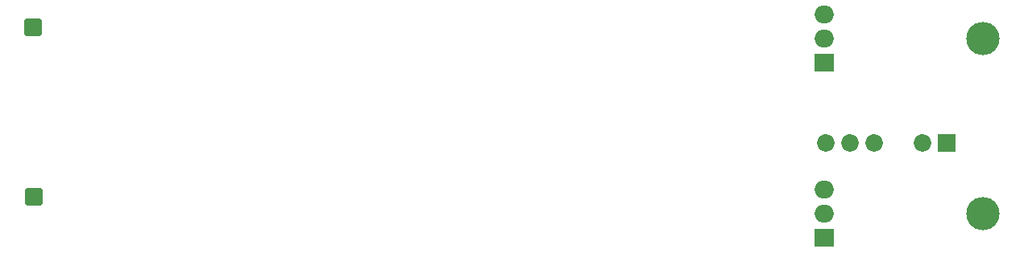
<source format=gbr>
%TF.GenerationSoftware,KiCad,Pcbnew,7.0.10*%
%TF.CreationDate,2024-07-07T01:33:31+02:00*%
%TF.ProjectId,DS100M06V_linear,44533130-304d-4303-9656-5f6c696e6561,rev?*%
%TF.SameCoordinates,Original*%
%TF.FileFunction,Soldermask,Bot*%
%TF.FilePolarity,Negative*%
%FSLAX46Y46*%
G04 Gerber Fmt 4.6, Leading zero omitted, Abs format (unit mm)*
G04 Created by KiCad (PCBNEW 7.0.10) date 2024-07-07 01:33:31*
%MOMM*%
%LPD*%
G01*
G04 APERTURE LIST*
G04 Aperture macros list*
%AMRoundRect*
0 Rectangle with rounded corners*
0 $1 Rounding radius*
0 $2 $3 $4 $5 $6 $7 $8 $9 X,Y pos of 4 corners*
0 Add a 4 corners polygon primitive as box body*
4,1,4,$2,$3,$4,$5,$6,$7,$8,$9,$2,$3,0*
0 Add four circle primitives for the rounded corners*
1,1,$1+$1,$2,$3*
1,1,$1+$1,$4,$5*
1,1,$1+$1,$6,$7*
1,1,$1+$1,$8,$9*
0 Add four rect primitives between the rounded corners*
20,1,$1+$1,$2,$3,$4,$5,0*
20,1,$1+$1,$4,$5,$6,$7,0*
20,1,$1+$1,$6,$7,$8,$9,0*
20,1,$1+$1,$8,$9,$2,$3,0*%
G04 Aperture macros list end*
%ADD10O,3.500000X3.500000*%
%ADD11R,2.000000X1.905000*%
%ADD12O,2.000000X1.905000*%
%ADD13RoundRect,0.250000X-0.675000X-0.675000X0.675000X-0.675000X0.675000X0.675000X-0.675000X0.675000X0*%
%ADD14R,1.850000X1.850000*%
%ADD15C,1.850000*%
G04 APERTURE END LIST*
D10*
%TO.C,U3*%
X189380000Y-115400000D03*
D11*
X172720000Y-117940000D03*
D12*
X172720000Y-115400000D03*
X172720000Y-112860000D03*
%TD*%
D13*
%TO.C,J3*%
X89700000Y-132000000D03*
%TD*%
D14*
%TO.C,PS1*%
X185610000Y-126340000D03*
D15*
X183070000Y-126340000D03*
X177990000Y-126340000D03*
X175450000Y-126340000D03*
X172910000Y-126340000D03*
%TD*%
D13*
%TO.C,J4*%
X89600000Y-114200000D03*
%TD*%
D10*
%TO.C,U5*%
X189400000Y-133840000D03*
D11*
X172740000Y-136380000D03*
D12*
X172740000Y-133840000D03*
X172740000Y-131300000D03*
%TD*%
M02*

</source>
